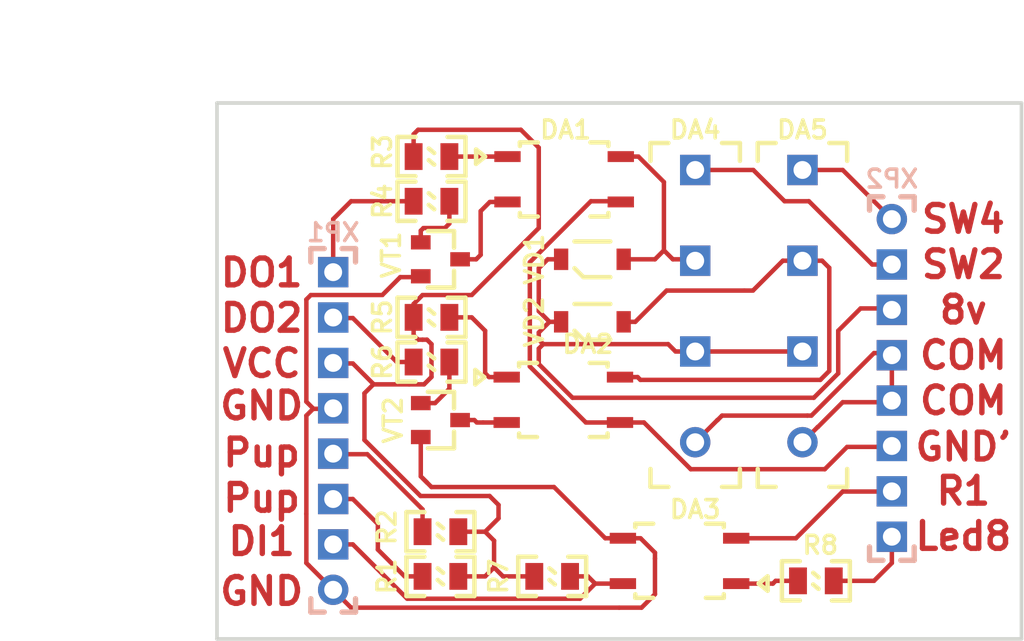
<source format=kicad_pcb>
(kicad_pcb (version 20171130) (host pcbnew "(5.0.0-3-g5ebb6b6)")

  (general
    (thickness 1.6)
    (drawings 22)
    (tracks 190)
    (zones 0)
    (modules 19)
    (nets 24)
  )

  (page A4)
  (layers
    (0 F.Cu signal)
    (31 B.Cu signal)
    (32 B.Adhes user)
    (33 F.Adhes user)
    (34 B.Paste user)
    (35 F.Paste user)
    (36 B.SilkS user)
    (37 F.SilkS user)
    (38 B.Mask user)
    (39 F.Mask user)
    (40 Dwgs.User user)
    (41 Cmts.User user)
    (42 Eco1.User user)
    (43 Eco2.User user)
    (44 Edge.Cuts user)
    (45 Margin user)
    (46 B.CrtYd user)
    (47 F.CrtYd user)
    (48 B.Fab user)
    (49 F.Fab user)
  )

  (setup
    (last_trace_width 0.25)
    (trace_clearance 0.2)
    (zone_clearance 0.508)
    (zone_45_only no)
    (trace_min 0.2)
    (segment_width 0.2)
    (edge_width 0.15)
    (via_size 0.8)
    (via_drill 0.4)
    (via_min_size 0.4)
    (via_min_drill 0.3)
    (uvia_size 0.3)
    (uvia_drill 0.1)
    (uvias_allowed no)
    (uvia_min_size 0.2)
    (uvia_min_drill 0.1)
    (pcb_text_width 0.3)
    (pcb_text_size 1.5 1.5)
    (mod_edge_width 0.15)
    (mod_text_size 1 1)
    (mod_text_width 0.15)
    (pad_size 1.524 1.524)
    (pad_drill 0.762)
    (pad_to_mask_clearance 0.05)
    (solder_mask_min_width 0.2)
    (aux_axis_origin 0 0)
    (visible_elements FFFFFF7F)
    (pcbplotparams
      (layerselection 0x010f0_ffffffff)
      (usegerberextensions false)
      (usegerberattributes false)
      (usegerberadvancedattributes false)
      (creategerberjobfile false)
      (excludeedgelayer true)
      (linewidth 0.100000)
      (plotframeref false)
      (viasonmask false)
      (mode 1)
      (useauxorigin false)
      (hpglpennumber 1)
      (hpglpenspeed 20)
      (hpglpendiameter 15.000000)
      (psnegative false)
      (psa4output false)
      (plotreference true)
      (plotvalue true)
      (plotinvisibletext false)
      (padsonsilk false)
      (subtractmaskfromsilk false)
      (outputformat 1)
      (mirror false)
      (drillshape 0)
      (scaleselection 1)
      (outputdirectory ""))
  )

  (net 0 "")
  (net 1 "Net-(DA1-Pad1)")
  (net 2 "Net-(DA1-Pad2)")
  (net 3 /GND_OUT)
  (net 4 "Net-(DA1-Pad4)")
  (net 5 "Net-(DA2-Pad4)")
  (net 6 "Net-(DA2-Pad2)")
  (net 7 "Net-(DA2-Pad1)")
  (net 8 "Net-(DA3-Pad1)")
  (net 9 /DI_gnd)
  (net 10 /GND_RPI)
  (net 11 /DI_1_RPI)
  (net 12 /COM_OUT)
  (net 13 /5V_OUT)
  (net 14 /OUT_1)
  (net 15 /OUT_2)
  (net 16 /VCC_RPI)
  (net 17 /PULL_UP_1)
  (net 18 /PULL_UP_2)
  (net 19 /DO_1_RPI)
  (net 20 "Net-(R4-Pad2)")
  (net 21 /DO_2_RPI)
  (net 22 "Net-(R6-Pad2)")
  (net 23 /DI_1_in)

  (net_class Default "Это класс цепей по умолчанию."
    (clearance 0.2)
    (trace_width 0.25)
    (via_dia 0.8)
    (via_drill 0.4)
    (uvia_dia 0.3)
    (uvia_drill 0.1)
    (add_net /5V_OUT)
    (add_net /COM_OUT)
    (add_net /DI_1_RPI)
    (add_net /DI_1_in)
    (add_net /DI_gnd)
    (add_net /DO_1_RPI)
    (add_net /DO_2_RPI)
    (add_net /GND_OUT)
    (add_net /GND_RPI)
    (add_net /OUT_1)
    (add_net /OUT_2)
    (add_net /PULL_UP_1)
    (add_net /PULL_UP_2)
    (add_net /VCC_RPI)
    (add_net "Net-(DA1-Pad1)")
    (add_net "Net-(DA1-Pad2)")
    (add_net "Net-(DA1-Pad4)")
    (add_net "Net-(DA2-Pad1)")
    (add_net "Net-(DA2-Pad2)")
    (add_net "Net-(DA2-Pad4)")
    (add_net "Net-(DA3-Pad1)")
    (add_net "Net-(R4-Pad2)")
    (add_net "Net-(R6-Pad2)")
  )

  (module N_DD:SOP-4 (layer F.Cu) (tedit 5C8916F3) (tstamp 5CA2796C)
    (at 98.794 52.405 270)
    (descr "SO-8 Surface Mount Small Outline 150mil 8pin Package")
    (tags "Power Integrations D Package")
    (path /5CA21DFF)
    (fp_text reference DA1 (at -3.405 -0.456) (layer F.SilkS)
      (effects (font (size 1 1) (thickness 0.2)))
    )
    (fp_text value LTV817S (at 0 0 270) (layer F.Fab)
      (effects (font (size 1 1) (thickness 0.15)))
    )
    (fp_line (start -2.5 -2.85) (end -2.7 -2.85) (layer F.SilkS) (width 0.25))
    (fp_line (start -2.7 -2.85) (end -2.7 -1.85) (layer F.SilkS) (width 0.25))
    (fp_line (start -2.5 2.1) (end -2.7 2.1) (layer F.SilkS) (width 0.25))
    (fp_line (start -2.7 2.1) (end -2.7 1.1) (layer F.SilkS) (width 0.25))
    (fp_line (start -1.9 4.05) (end -2.3 4.55) (layer F.SilkS) (width 0.25))
    (fp_line (start -1.9 4.05) (end -1.5 4.55) (layer F.SilkS) (width 0.25))
    (fp_line (start -1.5 4.55) (end -2.3 4.55) (layer F.SilkS) (width 0.25))
    (fp_line (start 1.45 -2.85) (end 1.45 -1.85) (layer F.SilkS) (width 0.25))
    (fp_line (start 1.25 -2.85) (end 1.45 -2.85) (layer F.SilkS) (width 0.25))
    (fp_line (start 1.25 2.1) (end 1.45 2.1) (layer F.SilkS) (width 0.25))
    (fp_line (start 1.45 2.1) (end 1.45 1.1) (layer F.SilkS) (width 0.25))
    (pad 1 smd rect (at -1.905 2.794 270) (size 0.6096 1.4732) (layers F.Cu F.Paste F.Mask)
      (net 1 "Net-(DA1-Pad1)"))
    (pad 2 smd rect (at 0.635 2.794 270) (size 0.6096 1.4732) (layers F.Cu F.Paste F.Mask)
      (net 2 "Net-(DA1-Pad2)"))
    (pad 3 smd rect (at 0.635 -3.544 270) (size 0.6096 1.4732) (layers F.Cu F.Paste F.Mask)
      (net 3 /GND_OUT))
    (pad 4 smd rect (at -1.905 -3.544 270) (size 0.6096 1.4732) (layers F.Cu F.Paste F.Mask)
      (net 4 "Net-(DA1-Pad4)"))
    (model ${N_3D}/4-SOP.step
      (offset (xyz -0.6 0.25 0))
      (scale (xyz 1 1 1))
      (rotate (xyz 0 0 -90))
    )
  )

  (module N_DD:SOP-4 (layer F.Cu) (tedit 5C8916F3) (tstamp 5CA274D0)
    (at 98.75 64.75 270)
    (descr "SO-8 Surface Mount Small Outline 150mil 8pin Package")
    (tags "Power Integrations D Package")
    (path /5CA284BB)
    (fp_text reference DA2 (at -3.75 -1.75) (layer F.SilkS)
      (effects (font (size 1 1) (thickness 0.2)))
    )
    (fp_text value LTV817S (at 0 0 270) (layer F.Fab)
      (effects (font (size 1 1) (thickness 0.15)))
    )
    (fp_line (start 1.45 2.1) (end 1.45 1.1) (layer F.SilkS) (width 0.25))
    (fp_line (start 1.25 2.1) (end 1.45 2.1) (layer F.SilkS) (width 0.25))
    (fp_line (start 1.25 -2.85) (end 1.45 -2.85) (layer F.SilkS) (width 0.25))
    (fp_line (start 1.45 -2.85) (end 1.45 -1.85) (layer F.SilkS) (width 0.25))
    (fp_line (start -1.5 4.55) (end -2.3 4.55) (layer F.SilkS) (width 0.25))
    (fp_line (start -1.9 4.05) (end -1.5 4.55) (layer F.SilkS) (width 0.25))
    (fp_line (start -1.9 4.05) (end -2.3 4.55) (layer F.SilkS) (width 0.25))
    (fp_line (start -2.7 2.1) (end -2.7 1.1) (layer F.SilkS) (width 0.25))
    (fp_line (start -2.5 2.1) (end -2.7 2.1) (layer F.SilkS) (width 0.25))
    (fp_line (start -2.7 -2.85) (end -2.7 -1.85) (layer F.SilkS) (width 0.25))
    (fp_line (start -2.5 -2.85) (end -2.7 -2.85) (layer F.SilkS) (width 0.25))
    (pad 4 smd rect (at -1.905 -3.544 270) (size 0.6096 1.4732) (layers F.Cu F.Paste F.Mask)
      (net 5 "Net-(DA2-Pad4)"))
    (pad 3 smd rect (at 0.635 -3.544 270) (size 0.6096 1.4732) (layers F.Cu F.Paste F.Mask)
      (net 3 /GND_OUT))
    (pad 2 smd rect (at 0.635 2.794 270) (size 0.6096 1.4732) (layers F.Cu F.Paste F.Mask)
      (net 6 "Net-(DA2-Pad2)"))
    (pad 1 smd rect (at -1.905 2.794 270) (size 0.6096 1.4732) (layers F.Cu F.Paste F.Mask)
      (net 7 "Net-(DA2-Pad1)"))
    (model ${N_3D}/4-SOP.step
      (offset (xyz -0.6 0.25 0))
      (scale (xyz 1 1 1))
      (rotate (xyz 0 0 -90))
    )
  )

  (module N_DD:SOP-4 (layer F.Cu) (tedit 5C8916F3) (tstamp 5CA28C47)
    (at 106 72.5 90)
    (descr "SO-8 Surface Mount Small Outline 150mil 8pin Package")
    (tags "Power Integrations D Package")
    (path /5CA29785)
    (fp_text reference DA3 (at 2.25 0.5 180) (layer F.SilkS)
      (effects (font (size 1 1) (thickness 0.2)))
    )
    (fp_text value LTV817S (at 0 0 90) (layer F.Fab)
      (effects (font (size 1 1) (thickness 0.15)))
    )
    (fp_line (start -2.5 -2.85) (end -2.7 -2.85) (layer F.SilkS) (width 0.25))
    (fp_line (start -2.7 -2.85) (end -2.7 -1.85) (layer F.SilkS) (width 0.25))
    (fp_line (start -2.5 2.1) (end -2.7 2.1) (layer F.SilkS) (width 0.25))
    (fp_line (start -2.7 2.1) (end -2.7 1.1) (layer F.SilkS) (width 0.25))
    (fp_line (start -1.9 4.05) (end -2.3 4.55) (layer F.SilkS) (width 0.25))
    (fp_line (start -1.9 4.05) (end -1.5 4.55) (layer F.SilkS) (width 0.25))
    (fp_line (start -1.5 4.55) (end -2.3 4.55) (layer F.SilkS) (width 0.25))
    (fp_line (start 1.45 -2.85) (end 1.45 -1.85) (layer F.SilkS) (width 0.25))
    (fp_line (start 1.25 -2.85) (end 1.45 -2.85) (layer F.SilkS) (width 0.25))
    (fp_line (start 1.25 2.1) (end 1.45 2.1) (layer F.SilkS) (width 0.25))
    (fp_line (start 1.45 2.1) (end 1.45 1.1) (layer F.SilkS) (width 0.25))
    (pad 1 smd rect (at -1.905 2.794 90) (size 0.6096 1.4732) (layers F.Cu F.Paste F.Mask)
      (net 8 "Net-(DA3-Pad1)"))
    (pad 2 smd rect (at 0.635 2.794 90) (size 0.6096 1.4732) (layers F.Cu F.Paste F.Mask)
      (net 9 /DI_gnd))
    (pad 3 smd rect (at 0.635 -3.544 90) (size 0.6096 1.4732) (layers F.Cu F.Paste F.Mask)
      (net 10 /GND_RPI))
    (pad 4 smd rect (at -1.905 -3.544 90) (size 0.6096 1.4732) (layers F.Cu F.Paste F.Mask)
      (net 11 /DI_1_RPI))
    (model ${N_3D}/4-SOP.step
      (offset (xyz -0.6 0.25 0))
      (scale (xyz 1 1 1))
      (rotate (xyz 0 0 -90))
    )
  )

  (module "N_DD:реле_EDR101A0500(SIP7)" (layer F.Cu) (tedit 5CA22471) (tstamp 5CA274F3)
    (at 106.5 66.49 90)
    (path /5CA249A3)
    (fp_text reference DA4 (at 17.49 0 180) (layer F.SilkS)
      (effects (font (size 1 1) (thickness 0.2)))
    )
    (fp_text value "EDR101A0500(SIP)" (at 0.5 3.75 90) (layer F.Fab)
      (effects (font (size 1 1) (thickness 0.15)))
    )
    (fp_line (start -2.5 -2.5) (end -1.5 -2.5) (layer F.SilkS) (width 0.25))
    (fp_line (start -2.5 -2.5) (end -2.5 -1.5) (layer F.SilkS) (width 0.25))
    (fp_line (start -2.5 2.5) (end -1.5 2.5) (layer F.SilkS) (width 0.25))
    (fp_line (start -2.5 2.5) (end -2.5 1.5) (layer F.SilkS) (width 0.25))
    (fp_line (start 16.75 -2.5) (end 15.75 -2.5) (layer F.SilkS) (width 0.25))
    (fp_line (start 16.75 -2.5) (end 16.75 -1.5) (layer F.SilkS) (width 0.25))
    (fp_line (start 16.75 2.5) (end 16.75 1.5) (layer F.SilkS) (width 0.25))
    (fp_line (start 16.75 2.5) (end 15.75 2.5) (layer F.SilkS) (width 0.25))
    (pad 1 thru_hole circle (at 0 0 90) (size 1.7 1.7) (drill 1) (layers *.Cu *.Mask)
      (net 12 /COM_OUT))
    (pad 3 thru_hole rect (at 5.08 0 90) (size 1.7 1.7) (drill 1) (layers *.Cu *.Mask)
      (net 13 /5V_OUT))
    (pad 5 thru_hole rect (at 10.16 0 90) (size 1.7 1.7) (drill 1) (layers *.Cu *.Mask)
      (net 4 "Net-(DA1-Pad4)"))
    (pad 7 thru_hole rect (at 15.24 0 90) (size 1.7 1.7) (drill 1) (layers *.Cu *.Mask)
      (net 14 /OUT_1))
    (model ${N_3D}/SIP7.stp
      (offset (xyz 0 0 0.5))
      (scale (xyz 1 1 1))
      (rotate (xyz 0 0 0))
    )
  )

  (module "N_DD:реле_EDR101A0500(SIP7)" (layer F.Cu) (tedit 5CA22471) (tstamp 5CA27503)
    (at 112.5 66.49 90)
    (path /5CA284C8)
    (fp_text reference DA5 (at 17.49 0 180) (layer F.SilkS)
      (effects (font (size 1 1) (thickness 0.2)))
    )
    (fp_text value "EDR101A0500(SIP)" (at 0.5 3.75 90) (layer F.Fab)
      (effects (font (size 1 1) (thickness 0.15)))
    )
    (fp_line (start 16.75 2.5) (end 15.75 2.5) (layer F.SilkS) (width 0.25))
    (fp_line (start 16.75 2.5) (end 16.75 1.5) (layer F.SilkS) (width 0.25))
    (fp_line (start 16.75 -2.5) (end 16.75 -1.5) (layer F.SilkS) (width 0.25))
    (fp_line (start 16.75 -2.5) (end 15.75 -2.5) (layer F.SilkS) (width 0.25))
    (fp_line (start -2.5 2.5) (end -2.5 1.5) (layer F.SilkS) (width 0.25))
    (fp_line (start -2.5 2.5) (end -1.5 2.5) (layer F.SilkS) (width 0.25))
    (fp_line (start -2.5 -2.5) (end -2.5 -1.5) (layer F.SilkS) (width 0.25))
    (fp_line (start -2.5 -2.5) (end -1.5 -2.5) (layer F.SilkS) (width 0.25))
    (pad 7 thru_hole rect (at 15.24 0 90) (size 1.7 1.7) (drill 1) (layers *.Cu *.Mask)
      (net 15 /OUT_2))
    (pad 5 thru_hole rect (at 10.16 0 90) (size 1.7 1.7) (drill 1) (layers *.Cu *.Mask)
      (net 5 "Net-(DA2-Pad4)"))
    (pad 3 thru_hole rect (at 5.08 0 90) (size 1.7 1.7) (drill 1) (layers *.Cu *.Mask)
      (net 13 /5V_OUT))
    (pad 1 thru_hole circle (at 0 0 90) (size 1.7 1.7) (drill 1) (layers *.Cu *.Mask)
      (net 12 /COM_OUT))
    (model ${N_3D}/SIP7.stp
      (offset (xyz 0 0 0.5))
      (scale (xyz 1 1 1))
      (rotate (xyz 0 0 0))
    )
  )

  (module N_RLC:Резистор_SMD_0805_0,125Вт (layer F.Cu) (tedit 5C5F094A) (tstamp 5CA27511)
    (at 91.25 74)
    (path /5CA3CC31)
    (fp_text reference R1 (at -2 0 90) (layer F.SilkS)
      (effects (font (size 1 1) (thickness 0.2)))
    )
    (fp_text value 4,7k_0,125Вт_0805 (at 1.29 2.09) (layer F.Fab) hide
      (effects (font (size 2 1.6) (thickness 0.3)))
    )
    (fp_line (start -0.9 -1.1) (end 0.1 -1.1) (layer F.SilkS) (width 0.25))
    (fp_line (start 2.9 -1.1) (end 1.9 -1.1) (layer F.SilkS) (width 0.25))
    (fp_line (start 2.9 1.1) (end 1.9 1.1) (layer F.SilkS) (width 0.25))
    (fp_line (start -0.9 1.1) (end 0.1 1.1) (layer F.SilkS) (width 0.25))
    (fp_line (start 2.9 -1.1) (end 2.9 1.1) (layer F.SilkS) (width 0.25))
    (fp_line (start -0.9 1.1) (end -0.9 -1.1) (layer F.SilkS) (width 0.25))
    (fp_line (start 0.85 -0.45) (end 1.15 -0.2) (layer F.SilkS) (width 0.25))
    (fp_line (start 0.85 0.2) (end 1.15 0.45) (layer F.SilkS) (width 0.25))
    (pad 2 smd rect (at 2 0) (size 1 1.5) (layers F.Cu F.Paste F.Mask)
      (net 16 /VCC_RPI) (clearance 0.2))
    (pad 1 smd rect (at 0 0) (size 1 1.5) (layers F.Cu F.Paste F.Mask)
      (net 17 /PULL_UP_1) (clearance 0.2))
    (model ${N_3D}/Res_0805.stp
      (offset (xyz 0.05 0.61 0))
      (scale (xyz 1 1 1))
      (rotate (xyz 0 0 90))
    )
  )

  (module N_RLC:Резистор_SMD_0805_0,125Вт (layer F.Cu) (tedit 5C5F094A) (tstamp 5CA2751F)
    (at 91.25 71.5)
    (path /5CA3E566)
    (fp_text reference R2 (at -2 -0.25 90) (layer F.SilkS)
      (effects (font (size 1 1) (thickness 0.2)))
    )
    (fp_text value 4,7k_0,125Вт_0805 (at 1.29 2.09) (layer F.Fab) hide
      (effects (font (size 2 1.6) (thickness 0.3)))
    )
    (fp_line (start 0.85 0.2) (end 1.15 0.45) (layer F.SilkS) (width 0.25))
    (fp_line (start 0.85 -0.45) (end 1.15 -0.2) (layer F.SilkS) (width 0.25))
    (fp_line (start -0.9 1.1) (end -0.9 -1.1) (layer F.SilkS) (width 0.25))
    (fp_line (start 2.9 -1.1) (end 2.9 1.1) (layer F.SilkS) (width 0.25))
    (fp_line (start -0.9 1.1) (end 0.1 1.1) (layer F.SilkS) (width 0.25))
    (fp_line (start 2.9 1.1) (end 1.9 1.1) (layer F.SilkS) (width 0.25))
    (fp_line (start 2.9 -1.1) (end 1.9 -1.1) (layer F.SilkS) (width 0.25))
    (fp_line (start -0.9 -1.1) (end 0.1 -1.1) (layer F.SilkS) (width 0.25))
    (pad 1 smd rect (at 0 0) (size 1 1.5) (layers F.Cu F.Paste F.Mask)
      (net 18 /PULL_UP_2) (clearance 0.2))
    (pad 2 smd rect (at 2 0) (size 1 1.5) (layers F.Cu F.Paste F.Mask)
      (net 16 /VCC_RPI) (clearance 0.2))
    (model ${N_3D}/Res_0805.stp
      (offset (xyz 0.05 0.61 0))
      (scale (xyz 1 1 1))
      (rotate (xyz 0 0 90))
    )
  )

  (module N_RLC:Резистор_SMD_0805_0,125Вт (layer F.Cu) (tedit 5C5F094A) (tstamp 5CA2752D)
    (at 90.75 50.5)
    (path /5CA21F56)
    (fp_text reference R3 (at -1.75 -0.25 90) (layer F.SilkS)
      (effects (font (size 1 1) (thickness 0.2)))
    )
    (fp_text value 47_0,125Вт_0805 (at 1.29 2.09) (layer F.Fab) hide
      (effects (font (size 2 1.6) (thickness 0.3)))
    )
    (fp_line (start -0.9 -1.1) (end 0.1 -1.1) (layer F.SilkS) (width 0.25))
    (fp_line (start 2.9 -1.1) (end 1.9 -1.1) (layer F.SilkS) (width 0.25))
    (fp_line (start 2.9 1.1) (end 1.9 1.1) (layer F.SilkS) (width 0.25))
    (fp_line (start -0.9 1.1) (end 0.1 1.1) (layer F.SilkS) (width 0.25))
    (fp_line (start 2.9 -1.1) (end 2.9 1.1) (layer F.SilkS) (width 0.25))
    (fp_line (start -0.9 1.1) (end -0.9 -1.1) (layer F.SilkS) (width 0.25))
    (fp_line (start 0.85 -0.45) (end 1.15 -0.2) (layer F.SilkS) (width 0.25))
    (fp_line (start 0.85 0.2) (end 1.15 0.45) (layer F.SilkS) (width 0.25))
    (pad 2 smd rect (at 2 0) (size 1 1.5) (layers F.Cu F.Paste F.Mask)
      (net 1 "Net-(DA1-Pad1)") (clearance 0.2))
    (pad 1 smd rect (at 0 0) (size 1 1.5) (layers F.Cu F.Paste F.Mask)
      (net 16 /VCC_RPI) (clearance 0.2))
    (model ${N_3D}/Res_0805.stp
      (offset (xyz 0.05 0.61 0))
      (scale (xyz 1 1 1))
      (rotate (xyz 0 0 90))
    )
  )

  (module N_RLC:Резистор_SMD_0805_0,125Вт (layer F.Cu) (tedit 5C5F094A) (tstamp 5CA2753B)
    (at 90.75 53)
    (path /5CA26E94)
    (fp_text reference R4 (at -1.75 0 90) (layer F.SilkS)
      (effects (font (size 1 1) (thickness 0.2)))
    )
    (fp_text value 4,7k_0,125Вт_0805 (at 1.29 2.09) (layer F.Fab) hide
      (effects (font (size 2 1.6) (thickness 0.3)))
    )
    (fp_line (start 0.85 0.2) (end 1.15 0.45) (layer F.SilkS) (width 0.25))
    (fp_line (start 0.85 -0.45) (end 1.15 -0.2) (layer F.SilkS) (width 0.25))
    (fp_line (start -0.9 1.1) (end -0.9 -1.1) (layer F.SilkS) (width 0.25))
    (fp_line (start 2.9 -1.1) (end 2.9 1.1) (layer F.SilkS) (width 0.25))
    (fp_line (start -0.9 1.1) (end 0.1 1.1) (layer F.SilkS) (width 0.25))
    (fp_line (start 2.9 1.1) (end 1.9 1.1) (layer F.SilkS) (width 0.25))
    (fp_line (start 2.9 -1.1) (end 1.9 -1.1) (layer F.SilkS) (width 0.25))
    (fp_line (start -0.9 -1.1) (end 0.1 -1.1) (layer F.SilkS) (width 0.25))
    (pad 1 smd rect (at 0 0) (size 1 1.5) (layers F.Cu F.Paste F.Mask)
      (net 19 /DO_1_RPI) (clearance 0.2))
    (pad 2 smd rect (at 2 0) (size 1 1.5) (layers F.Cu F.Paste F.Mask)
      (net 20 "Net-(R4-Pad2)") (clearance 0.2))
    (model ${N_3D}/Res_0805.stp
      (offset (xyz 0.05 0.61 0))
      (scale (xyz 1 1 1))
      (rotate (xyz 0 0 90))
    )
  )

  (module N_RLC:Резистор_SMD_0805_0,125Вт (layer F.Cu) (tedit 5C5F094A) (tstamp 5CA27549)
    (at 90.75 59.5)
    (path /5CA284C1)
    (fp_text reference R5 (at -1.75 0 90) (layer F.SilkS)
      (effects (font (size 1 1) (thickness 0.2)))
    )
    (fp_text value 47_0,125Вт_0805 (at 1.29 2.09) (layer F.Fab) hide
      (effects (font (size 2 1.6) (thickness 0.3)))
    )
    (fp_line (start -0.9 -1.1) (end 0.1 -1.1) (layer F.SilkS) (width 0.25))
    (fp_line (start 2.9 -1.1) (end 1.9 -1.1) (layer F.SilkS) (width 0.25))
    (fp_line (start 2.9 1.1) (end 1.9 1.1) (layer F.SilkS) (width 0.25))
    (fp_line (start -0.9 1.1) (end 0.1 1.1) (layer F.SilkS) (width 0.25))
    (fp_line (start 2.9 -1.1) (end 2.9 1.1) (layer F.SilkS) (width 0.25))
    (fp_line (start -0.9 1.1) (end -0.9 -1.1) (layer F.SilkS) (width 0.25))
    (fp_line (start 0.85 -0.45) (end 1.15 -0.2) (layer F.SilkS) (width 0.25))
    (fp_line (start 0.85 0.2) (end 1.15 0.45) (layer F.SilkS) (width 0.25))
    (pad 2 smd rect (at 2 0) (size 1 1.5) (layers F.Cu F.Paste F.Mask)
      (net 7 "Net-(DA2-Pad1)") (clearance 0.2))
    (pad 1 smd rect (at 0 0) (size 1 1.5) (layers F.Cu F.Paste F.Mask)
      (net 16 /VCC_RPI) (clearance 0.2))
    (model ${N_3D}/Res_0805.stp
      (offset (xyz 0.05 0.61 0))
      (scale (xyz 1 1 1))
      (rotate (xyz 0 0 90))
    )
  )

  (module N_RLC:Резистор_SMD_0805_0,125Вт (layer F.Cu) (tedit 5C5F094A) (tstamp 5CA27557)
    (at 90.75 62)
    (path /5CA284DC)
    (fp_text reference R6 (at -1.75 0 90) (layer F.SilkS)
      (effects (font (size 1 1) (thickness 0.2)))
    )
    (fp_text value 4,7k_0,125Вт_0805 (at 1.29 2.09) (layer F.Fab) hide
      (effects (font (size 2 1.6) (thickness 0.3)))
    )
    (fp_line (start 0.85 0.2) (end 1.15 0.45) (layer F.SilkS) (width 0.25))
    (fp_line (start 0.85 -0.45) (end 1.15 -0.2) (layer F.SilkS) (width 0.25))
    (fp_line (start -0.9 1.1) (end -0.9 -1.1) (layer F.SilkS) (width 0.25))
    (fp_line (start 2.9 -1.1) (end 2.9 1.1) (layer F.SilkS) (width 0.25))
    (fp_line (start -0.9 1.1) (end 0.1 1.1) (layer F.SilkS) (width 0.25))
    (fp_line (start 2.9 1.1) (end 1.9 1.1) (layer F.SilkS) (width 0.25))
    (fp_line (start 2.9 -1.1) (end 1.9 -1.1) (layer F.SilkS) (width 0.25))
    (fp_line (start -0.9 -1.1) (end 0.1 -1.1) (layer F.SilkS) (width 0.25))
    (pad 1 smd rect (at 0 0) (size 1 1.5) (layers F.Cu F.Paste F.Mask)
      (net 21 /DO_2_RPI) (clearance 0.2))
    (pad 2 smd rect (at 2 0) (size 1 1.5) (layers F.Cu F.Paste F.Mask)
      (net 22 "Net-(R6-Pad2)") (clearance 0.2))
    (model ${N_3D}/Res_0805.stp
      (offset (xyz 0.05 0.61 0))
      (scale (xyz 1 1 1))
      (rotate (xyz 0 0 90))
    )
  )

  (module N_RLC:Резистор_SMD_0805_0,125Вт (layer F.Cu) (tedit 5C5F094A) (tstamp 5CA27565)
    (at 99.5 74 180)
    (path /5CA2D65C)
    (fp_text reference R7 (at 4 0 270) (layer F.SilkS)
      (effects (font (size 1 1) (thickness 0.2)))
    )
    (fp_text value 4,7k_0,125Вт_0805 (at 1.29 2.09 180) (layer F.Fab) hide
      (effects (font (size 2 1.6) (thickness 0.3)))
    )
    (fp_line (start 0.85 0.2) (end 1.15 0.45) (layer F.SilkS) (width 0.25))
    (fp_line (start 0.85 -0.45) (end 1.15 -0.2) (layer F.SilkS) (width 0.25))
    (fp_line (start -0.9 1.1) (end -0.9 -1.1) (layer F.SilkS) (width 0.25))
    (fp_line (start 2.9 -1.1) (end 2.9 1.1) (layer F.SilkS) (width 0.25))
    (fp_line (start -0.9 1.1) (end 0.1 1.1) (layer F.SilkS) (width 0.25))
    (fp_line (start 2.9 1.1) (end 1.9 1.1) (layer F.SilkS) (width 0.25))
    (fp_line (start 2.9 -1.1) (end 1.9 -1.1) (layer F.SilkS) (width 0.25))
    (fp_line (start -0.9 -1.1) (end 0.1 -1.1) (layer F.SilkS) (width 0.25))
    (pad 1 smd rect (at 0 0 180) (size 1 1.5) (layers F.Cu F.Paste F.Mask)
      (net 11 /DI_1_RPI) (clearance 0.2))
    (pad 2 smd rect (at 2 0 180) (size 1 1.5) (layers F.Cu F.Paste F.Mask)
      (net 16 /VCC_RPI) (clearance 0.2))
    (model ${N_3D}/Res_0805.stp
      (offset (xyz 0.05 0.61 0))
      (scale (xyz 1 1 1))
      (rotate (xyz 0 0 90))
    )
  )

  (module N_RLC:Резистор_SMD_0805_0,125Вт (layer F.Cu) (tedit 5C5F094A) (tstamp 5CA27573)
    (at 112.25 74.25)
    (path /5CA29FE6)
    (fp_text reference R8 (at 1.25 -2) (layer F.SilkS)
      (effects (font (size 1 1) (thickness 0.2)))
    )
    (fp_text value 130_0,125Вт_0805 (at 1.29 2.09) (layer F.Fab) hide
      (effects (font (size 2 1.6) (thickness 0.3)))
    )
    (fp_line (start -0.9 -1.1) (end 0.1 -1.1) (layer F.SilkS) (width 0.25))
    (fp_line (start 2.9 -1.1) (end 1.9 -1.1) (layer F.SilkS) (width 0.25))
    (fp_line (start 2.9 1.1) (end 1.9 1.1) (layer F.SilkS) (width 0.25))
    (fp_line (start -0.9 1.1) (end 0.1 1.1) (layer F.SilkS) (width 0.25))
    (fp_line (start 2.9 -1.1) (end 2.9 1.1) (layer F.SilkS) (width 0.25))
    (fp_line (start -0.9 1.1) (end -0.9 -1.1) (layer F.SilkS) (width 0.25))
    (fp_line (start 0.85 -0.45) (end 1.15 -0.2) (layer F.SilkS) (width 0.25))
    (fp_line (start 0.85 0.2) (end 1.15 0.45) (layer F.SilkS) (width 0.25))
    (pad 2 smd rect (at 2 0) (size 1 1.5) (layers F.Cu F.Paste F.Mask)
      (net 23 /DI_1_in) (clearance 0.2))
    (pad 1 smd rect (at 0 0) (size 1 1.5) (layers F.Cu F.Paste F.Mask)
      (net 8 "Net-(DA3-Pad1)") (clearance 0.2))
    (model ${N_3D}/Res_0805.stp
      (offset (xyz 0.05 0.61 0))
      (scale (xyz 1 1 1))
      (rotate (xyz 0 0 90))
    )
  )

  (module N_VD_HL:Диод_S13_SOD-123 (layer F.Cu) (tedit 5C97F4B4) (tstamp 5CA27587)
    (at 100.75 56.25 180)
    (descr "SOT-23, Single Diode")
    (tags SOT-23)
    (path /5CA24C76)
    (attr smd)
    (fp_text reference VD1 (at 3.25 0 270) (layer F.SilkS)
      (effects (font (size 1 1) (thickness 0.2)))
    )
    (fp_text value S13_SOD-123 (at 0 2.5 180) (layer F.Fab)
      (effects (font (size 1 1) (thickness 0.15)))
    )
    (fp_text user %R (at 0 -2.5 180) (layer F.Fab)
      (effects (font (size 1 1) (thickness 0.15)))
    )
    (fp_line (start -0.15 0.05) (end -0.4 0.05) (layer F.Fab) (width 0.1))
    (fp_line (start -0.15 0.25) (end 0.15 0.05) (layer F.Fab) (width 0.1))
    (fp_line (start -0.15 -0.15) (end -0.15 0.25) (layer F.Fab) (width 0.1))
    (fp_line (start 0.15 0.05) (end -0.15 -0.15) (layer F.Fab) (width 0.1))
    (fp_line (start 0.15 0.05) (end 0.4 0.05) (layer F.Fab) (width 0.1))
    (fp_line (start 0.15 -0.15) (end 0.15 0.25) (layer F.Fab) (width 0.1))
    (fp_line (start -1.7 -1.75) (end 1.7 -1.75) (layer F.CrtYd) (width 0.05))
    (fp_line (start 1.7 -1.75) (end 1.7 1.75) (layer F.CrtYd) (width 0.05))
    (fp_line (start 1.7 1.75) (end -1.7 1.75) (layer F.CrtYd) (width 0.05))
    (fp_line (start -1.7 1.75) (end -1.7 -1.75) (layer F.CrtYd) (width 0.05))
    (fp_line (start -1 -1) (end 0.5 -1) (layer F.SilkS) (width 0.25))
    (fp_line (start 1 -0.5) (end 0.5 -1) (layer F.SilkS) (width 0.25))
    (fp_line (start -1 1) (end 1 1) (layer F.SilkS) (width 0.25))
    (pad 1 smd rect (at -1.75 0 270) (size 1.2 0.8) (layers F.Cu F.Paste F.Mask)
      (net 4 "Net-(DA1-Pad4)"))
    (pad 2 smd rect (at 1.75 0 270) (size 1.2 0.8) (layers F.Cu F.Paste F.Mask)
      (net 13 /5V_OUT))
    (model ${N_3D}/SOD-123FL.step
      (at (xyz 0 0 0))
      (scale (xyz 1 1 1))
      (rotate (xyz 0 0 180))
    )
  )

  (module N_VD_HL:Диод_S13_SOD-123 (layer F.Cu) (tedit 5C97F4B4) (tstamp 5CA28A0F)
    (at 100.75 59.75 180)
    (descr "SOT-23, Single Diode")
    (tags SOT-23)
    (path /5CA284CE)
    (attr smd)
    (fp_text reference VD2 (at 3.25 0 270) (layer F.SilkS)
      (effects (font (size 1 1) (thickness 0.2)))
    )
    (fp_text value S13_SOD-123 (at 0 2.5 180) (layer F.Fab)
      (effects (font (size 1 1) (thickness 0.15)))
    )
    (fp_line (start -1 1) (end 1 1) (layer F.SilkS) (width 0.25))
    (fp_line (start 1 -0.5) (end 0.5 -1) (layer F.SilkS) (width 0.25))
    (fp_line (start -1 -1) (end 0.5 -1) (layer F.SilkS) (width 0.25))
    (fp_line (start -1.7 1.75) (end -1.7 -1.75) (layer F.CrtYd) (width 0.05))
    (fp_line (start 1.7 1.75) (end -1.7 1.75) (layer F.CrtYd) (width 0.05))
    (fp_line (start 1.7 -1.75) (end 1.7 1.75) (layer F.CrtYd) (width 0.05))
    (fp_line (start -1.7 -1.75) (end 1.7 -1.75) (layer F.CrtYd) (width 0.05))
    (fp_line (start 0.15 -0.15) (end 0.15 0.25) (layer F.Fab) (width 0.1))
    (fp_line (start 0.15 0.05) (end 0.4 0.05) (layer F.Fab) (width 0.1))
    (fp_line (start 0.15 0.05) (end -0.15 -0.15) (layer F.Fab) (width 0.1))
    (fp_line (start -0.15 -0.15) (end -0.15 0.25) (layer F.Fab) (width 0.1))
    (fp_line (start -0.15 0.25) (end 0.15 0.05) (layer F.Fab) (width 0.1))
    (fp_line (start -0.15 0.05) (end -0.4 0.05) (layer F.Fab) (width 0.1))
    (fp_text user %R (at 0 -2.5 180) (layer F.Fab)
      (effects (font (size 1 1) (thickness 0.15)))
    )
    (pad 2 smd rect (at 1.75 0 270) (size 1.2 0.8) (layers F.Cu F.Paste F.Mask)
      (net 13 /5V_OUT))
    (pad 1 smd rect (at -1.75 0 270) (size 1.2 0.8) (layers F.Cu F.Paste F.Mask)
      (net 5 "Net-(DA2-Pad4)"))
    (model ${N_3D}/SOD-123FL.step
      (at (xyz 0 0 0))
      (scale (xyz 1 1 1))
      (rotate (xyz 0 0 180))
    )
  )

  (module N_VD_HL:Транзистор_IRLML6344TR_SOT-23 (layer F.Cu) (tedit 5C97DFC7) (tstamp 5CA2826E)
    (at 92.25 56.25)
    (descr "SOT-23, Single Diode")
    (tags SOT-23)
    (path /5CA26387)
    (attr smd)
    (fp_text reference VT1 (at -2.75 -0.25 90) (layer F.SilkS)
      (effects (font (size 1 1) (thickness 0.2)))
    )
    (fp_text value Транзистор_NPN_BC817-16.215 (at 0 2.5) (layer F.Fab)
      (effects (font (size 1 1) (thickness 0.15)))
    )
    (fp_text user %R (at 0 -2.5) (layer F.Fab)
      (effects (font (size 1 1) (thickness 0.15)))
    )
    (fp_line (start -0.15 -0.45) (end -0.4 -0.45) (layer F.Fab) (width 0.1))
    (fp_line (start -0.15 -0.25) (end 0.15 -0.45) (layer F.Fab) (width 0.1))
    (fp_line (start -0.15 -0.65) (end -0.15 -0.25) (layer F.Fab) (width 0.1))
    (fp_line (start 0.15 -0.45) (end -0.15 -0.65) (layer F.Fab) (width 0.1))
    (fp_line (start 0.15 -0.45) (end 0.4 -0.45) (layer F.Fab) (width 0.1))
    (fp_line (start 0.15 -0.65) (end 0.15 -0.25) (layer F.Fab) (width 0.1))
    (fp_line (start 0.76 1.58) (end 0.76 0.65) (layer F.SilkS) (width 0.25))
    (fp_line (start 0.76 -1.58) (end 0.76 -0.65) (layer F.SilkS) (width 0.25))
    (fp_line (start 0.7 -1.52) (end 0.7 1.52) (layer F.Fab) (width 0.1))
    (fp_line (start -0.7 1.52) (end 0.7 1.52) (layer F.Fab) (width 0.1))
    (fp_line (start -1.7 -1.75) (end 1.7 -1.75) (layer F.CrtYd) (width 0.05))
    (fp_line (start 1.7 -1.75) (end 1.7 1.75) (layer F.CrtYd) (width 0.05))
    (fp_line (start 1.7 1.75) (end -1.7 1.75) (layer F.CrtYd) (width 0.05))
    (fp_line (start -1.7 1.75) (end -1.7 -1.75) (layer F.CrtYd) (width 0.05))
    (fp_line (start -0.7 -1.52) (end 0.7 -1.52) (layer F.Fab) (width 0.1))
    (fp_line (start -0.7 -1.52) (end -0.7 1.52) (layer F.Fab) (width 0.1))
    (fp_line (start 0.76 1.58) (end -0.7 1.58) (layer F.SilkS) (width 0.25))
    (fp_line (start -0.15 0.65) (end 0.15 0.45) (layer F.Fab) (width 0.1))
    (fp_line (start -0.15 0.45) (end -0.4 0.45) (layer F.Fab) (width 0.1))
    (fp_line (start -0.15 0.25) (end -0.15 0.65) (layer F.Fab) (width 0.1))
    (fp_line (start 0.15 0.45) (end 0.4 0.45) (layer F.Fab) (width 0.1))
    (fp_line (start 0.15 0.45) (end -0.15 0.25) (layer F.Fab) (width 0.1))
    (fp_line (start 0.15 0.25) (end 0.15 0.65) (layer F.Fab) (width 0.1))
    (fp_line (start 0.76 -1.58) (end -0.7 -1.58) (layer F.SilkS) (width 0.25))
    (pad 1 smd rect (at -1.1 -0.95) (size 1.1 0.8) (layers F.Cu F.Paste F.Mask)
      (net 20 "Net-(R4-Pad2)"))
    (pad 2 smd rect (at -1.1 0.95) (size 1.1 0.8) (layers F.Cu F.Paste F.Mask)
      (net 10 /GND_RPI))
    (pad 3 smd rect (at 1.1 0) (size 1.1 0.8) (layers F.Cu F.Paste F.Mask)
      (net 2 "Net-(DA1-Pad2)"))
    (model ${N_3D}/SOT-23.step
      (offset (xyz 0 0 0.57))
      (scale (xyz 1 1 1))
      (rotate (xyz -90 0 -90))
    )
  )

  (module N_VD_HL:Транзистор_IRLML6344TR_SOT-23 (layer F.Cu) (tedit 5C97DFC7) (tstamp 5CA275DB)
    (at 92.25 65.25)
    (descr "SOT-23, Single Diode")
    (tags SOT-23)
    (path /5CA284D4)
    (attr smd)
    (fp_text reference VT2 (at -2.65 0 90) (layer F.SilkS)
      (effects (font (size 1 1) (thickness 0.2)))
    )
    (fp_text value Транзистор_NPN_BC817-16.215 (at 0 2.5) (layer F.Fab)
      (effects (font (size 1 1) (thickness 0.15)))
    )
    (fp_line (start 0.76 -1.58) (end -0.7 -1.58) (layer F.SilkS) (width 0.25))
    (fp_line (start 0.15 0.25) (end 0.15 0.65) (layer F.Fab) (width 0.1))
    (fp_line (start 0.15 0.45) (end -0.15 0.25) (layer F.Fab) (width 0.1))
    (fp_line (start 0.15 0.45) (end 0.4 0.45) (layer F.Fab) (width 0.1))
    (fp_line (start -0.15 0.25) (end -0.15 0.65) (layer F.Fab) (width 0.1))
    (fp_line (start -0.15 0.45) (end -0.4 0.45) (layer F.Fab) (width 0.1))
    (fp_line (start -0.15 0.65) (end 0.15 0.45) (layer F.Fab) (width 0.1))
    (fp_line (start 0.76 1.58) (end -0.7 1.58) (layer F.SilkS) (width 0.25))
    (fp_line (start -0.7 -1.52) (end -0.7 1.52) (layer F.Fab) (width 0.1))
    (fp_line (start -0.7 -1.52) (end 0.7 -1.52) (layer F.Fab) (width 0.1))
    (fp_line (start -1.7 1.75) (end -1.7 -1.75) (layer F.CrtYd) (width 0.05))
    (fp_line (start 1.7 1.75) (end -1.7 1.75) (layer F.CrtYd) (width 0.05))
    (fp_line (start 1.7 -1.75) (end 1.7 1.75) (layer F.CrtYd) (width 0.05))
    (fp_line (start -1.7 -1.75) (end 1.7 -1.75) (layer F.CrtYd) (width 0.05))
    (fp_line (start -0.7 1.52) (end 0.7 1.52) (layer F.Fab) (width 0.1))
    (fp_line (start 0.7 -1.52) (end 0.7 1.52) (layer F.Fab) (width 0.1))
    (fp_line (start 0.76 -1.58) (end 0.76 -0.65) (layer F.SilkS) (width 0.25))
    (fp_line (start 0.76 1.58) (end 0.76 0.65) (layer F.SilkS) (width 0.25))
    (fp_line (start 0.15 -0.65) (end 0.15 -0.25) (layer F.Fab) (width 0.1))
    (fp_line (start 0.15 -0.45) (end 0.4 -0.45) (layer F.Fab) (width 0.1))
    (fp_line (start 0.15 -0.45) (end -0.15 -0.65) (layer F.Fab) (width 0.1))
    (fp_line (start -0.15 -0.65) (end -0.15 -0.25) (layer F.Fab) (width 0.1))
    (fp_line (start -0.15 -0.25) (end 0.15 -0.45) (layer F.Fab) (width 0.1))
    (fp_line (start -0.15 -0.45) (end -0.4 -0.45) (layer F.Fab) (width 0.1))
    (fp_text user %R (at 0 -2.5) (layer F.Fab)
      (effects (font (size 1 1) (thickness 0.15)))
    )
    (pad 3 smd rect (at 1.1 0) (size 1.1 0.8) (layers F.Cu F.Paste F.Mask)
      (net 6 "Net-(DA2-Pad2)"))
    (pad 2 smd rect (at -1.1 0.95) (size 1.1 0.8) (layers F.Cu F.Paste F.Mask)
      (net 10 /GND_RPI))
    (pad 1 smd rect (at -1.1 -0.95) (size 1.1 0.8) (layers F.Cu F.Paste F.Mask)
      (net 22 "Net-(R6-Pad2)"))
    (model ${N_3D}/SOT-23.step
      (offset (xyz 0 0 0.57))
      (scale (xyz 1 1 1))
      (rotate (xyz -90 0 -90))
    )
  )

  (module N_X:Вилка_PLS8_вертикальная (layer B.Cu) (tedit 5C3231B6) (tstamp 5CA27601)
    (at 117.5 54 270)
    (path /5CA314F6)
    (fp_text reference XP2 (at -2.25 0) (layer B.SilkS)
      (effects (font (size 1 1) (thickness 0.2)) (justify mirror))
    )
    (fp_text value Вилка_PLS8 (at 10.16 -2.5 270) (layer B.Fab)
      (effects (font (size 1 1) (thickness 0.15)) (justify mirror))
    )
    (fp_line (start -1.25 1.25) (end -0.5 1.25) (layer B.SilkS) (width 0.3))
    (fp_line (start -1.25 1.25) (end -1.25 0.5) (layer B.SilkS) (width 0.3))
    (fp_line (start -1.25 -0.5) (end -1.25 -1.25) (layer B.SilkS) (width 0.3))
    (fp_line (start -1.25 -1.25) (end -0.5 -1.25) (layer B.SilkS) (width 0.3))
    (fp_line (start 18.35 1.25) (end 19.1 1.25) (layer B.SilkS) (width 0.3))
    (fp_line (start 19.1 -1.25) (end 18.35 -1.25) (layer B.SilkS) (width 0.3))
    (fp_line (start 19.1 1.25) (end 19.1 0.5) (layer B.SilkS) (width 0.3))
    (fp_line (start 19.1 -0.5) (end 19.1 -1.25) (layer B.SilkS) (width 0.3))
    (pad 1 thru_hole circle (at 0 0 270) (size 1.7 1.7) (drill 1) (layers *.Cu *.Mask)
      (net 15 /OUT_2))
    (pad 2 thru_hole rect (at 2.54 0 270) (size 1.7 1.7) (drill 1) (layers *.Cu *.Mask)
      (net 14 /OUT_1))
    (pad 3 thru_hole rect (at 5.08 0 270) (size 1.7 1.7) (drill 1) (layers *.Cu *.Mask)
      (net 13 /5V_OUT))
    (pad 4 thru_hole rect (at 7.62 0 270) (size 1.7 1.7) (drill 1) (layers *.Cu *.Mask)
      (net 12 /COM_OUT))
    (pad 5 thru_hole rect (at 10.16 0 270) (size 1.7 1.7) (drill 1) (layers *.Cu *.Mask)
      (net 12 /COM_OUT))
    (pad 6 thru_hole rect (at 12.7 0 270) (size 1.7 1.7) (drill 1) (layers *.Cu *.Mask)
      (net 3 /GND_OUT))
    (pad 7 thru_hole rect (at 15.24 0 270) (size 1.7 1.7) (drill 1) (layers *.Cu *.Mask)
      (net 9 /DI_gnd))
    (pad 8 thru_hole rect (at 17.78 0 270) (size 1.7 1.7) (drill 1) (layers *.Cu *.Mask)
      (net 23 /DI_1_in))
    (model ${N_3D}/single_pls1.stp
      (offset (xyz -1.25 -1.25 0))
      (scale (xyz 1 1 1))
      (rotate (xyz -90 0 0))
    )
    (model ${N_3D}/single_pls1.stp
      (offset (xyz 1.29 -1.25 0))
      (scale (xyz 1 1 1))
      (rotate (xyz -90 0 0))
    )
    (model ${N_3D}/single_pls1.stp
      (offset (xyz 3.83 -1.25 0))
      (scale (xyz 1 1 1))
      (rotate (xyz -90 0 0))
    )
    (model ${N_3D}/single_pls1.stp
      (offset (xyz 6.37 -1.25 0))
      (scale (xyz 1 1 1))
      (rotate (xyz -90 0 0))
    )
    (model ${N_3D}/single_pls1.stp
      (offset (xyz 8.91 -1.25 0))
      (scale (xyz 1 1 1))
      (rotate (xyz -90 0 0))
    )
    (model ${N_3D}/single_pls1.stp
      (offset (xyz 11.45 -1.25 0))
      (scale (xyz 1 1 1))
      (rotate (xyz -90 0 0))
    )
    (model ${N_3D}/single_pls1.stp
      (offset (xyz 13.99 -1.25 0))
      (scale (xyz 1 1 1))
      (rotate (xyz -90 0 0))
    )
    (model ${N_3D}/single_pls1.stp
      (offset (xyz 16.53 -1.25 0))
      (scale (xyz 1 1 1))
      (rotate (xyz -90 0 0))
    )
  )

  (module N_X:Вилка_PLS8_вертикальная (layer B.Cu) (tedit 5C3231B6) (tstamp 5CA2A4A2)
    (at 86.25 74.75 90)
    (path /5CA68F47)
    (fp_text reference XP1 (at 20 0 180) (layer B.SilkS)
      (effects (font (size 1 1) (thickness 0.2)) (justify mirror))
    )
    (fp_text value Вилка_PLS8 (at 10.16 -2.5 90) (layer B.Fab)
      (effects (font (size 1 1) (thickness 0.15)) (justify mirror))
    )
    (fp_line (start -1.25 1.25) (end -0.5 1.25) (layer B.SilkS) (width 0.3))
    (fp_line (start -1.25 1.25) (end -1.25 0.5) (layer B.SilkS) (width 0.3))
    (fp_line (start -1.25 -0.5) (end -1.25 -1.25) (layer B.SilkS) (width 0.3))
    (fp_line (start -1.25 -1.25) (end -0.5 -1.25) (layer B.SilkS) (width 0.3))
    (fp_line (start 18.35 1.25) (end 19.1 1.25) (layer B.SilkS) (width 0.3))
    (fp_line (start 19.1 -1.25) (end 18.35 -1.25) (layer B.SilkS) (width 0.3))
    (fp_line (start 19.1 1.25) (end 19.1 0.5) (layer B.SilkS) (width 0.3))
    (fp_line (start 19.1 -0.5) (end 19.1 -1.25) (layer B.SilkS) (width 0.3))
    (pad 1 thru_hole circle (at 0 0 90) (size 1.7 1.7) (drill 1) (layers *.Cu *.Mask)
      (net 10 /GND_RPI))
    (pad 2 thru_hole rect (at 2.54 0 90) (size 1.7 1.7) (drill 1) (layers *.Cu *.Mask)
      (net 11 /DI_1_RPI))
    (pad 3 thru_hole rect (at 5.08 0 90) (size 1.7 1.7) (drill 1) (layers *.Cu *.Mask)
      (net 17 /PULL_UP_1))
    (pad 4 thru_hole rect (at 7.62 0 90) (size 1.7 1.7) (drill 1) (layers *.Cu *.Mask)
      (net 18 /PULL_UP_2))
    (pad 5 thru_hole rect (at 10.16 0 90) (size 1.7 1.7) (drill 1) (layers *.Cu *.Mask)
      (net 10 /GND_RPI))
    (pad 6 thru_hole rect (at 12.7 0 90) (size 1.7 1.7) (drill 1) (layers *.Cu *.Mask)
      (net 16 /VCC_RPI))
    (pad 7 thru_hole rect (at 15.24 0 90) (size 1.7 1.7) (drill 1) (layers *.Cu *.Mask)
      (net 21 /DO_2_RPI))
    (pad 8 thru_hole rect (at 17.78 0 90) (size 1.7 1.7) (drill 1) (layers *.Cu *.Mask)
      (net 19 /DO_1_RPI))
    (model ${N_3D}/single_pls1.stp
      (offset (xyz -1.25 -1.25 0))
      (scale (xyz 1 1 1))
      (rotate (xyz -90 0 0))
    )
    (model ${N_3D}/single_pls1.stp
      (offset (xyz 1.29 -1.25 0))
      (scale (xyz 1 1 1))
      (rotate (xyz -90 0 0))
    )
    (model ${N_3D}/single_pls1.stp
      (offset (xyz 3.83 -1.25 0))
      (scale (xyz 1 1 1))
      (rotate (xyz -90 0 0))
    )
    (model ${N_3D}/single_pls1.stp
      (offset (xyz 6.37 -1.25 0))
      (scale (xyz 1 1 1))
      (rotate (xyz -90 0 0))
    )
    (model ${N_3D}/single_pls1.stp
      (offset (xyz 8.91 -1.25 0))
      (scale (xyz 1 1 1))
      (rotate (xyz -90 0 0))
    )
    (model ${N_3D}/single_pls1.stp
      (offset (xyz 11.45 -1.25 0))
      (scale (xyz 1 1 1))
      (rotate (xyz -90 0 0))
    )
    (model ${N_3D}/single_pls1.stp
      (offset (xyz 13.99 -1.25 0))
      (scale (xyz 1 1 1))
      (rotate (xyz -90 0 0))
    )
    (model ${N_3D}/single_pls1.stp
      (offset (xyz 16.53 -1.25 0))
      (scale (xyz 1 1 1))
      (rotate (xyz -90 0 0))
    )
  )

  (gr_line (start 79.75 77.5) (end 79.75 47.5) (layer Edge.Cuts) (width 0.2))
  (gr_line (start 124.75 77.5) (end 79.75 77.5) (layer Edge.Cuts) (width 0.2))
  (gr_line (start 124.75 47.5) (end 124.75 77.5) (layer Edge.Cuts) (width 0.2))
  (gr_line (start 79.75 47.5) (end 124.75 47.5) (layer Edge.Cuts) (width 0.2))
  (gr_text R1 (at 121.5 69.22) (layer F.Cu) (tstamp 5CA2ABAA)
    (effects (font (size 1.5 1.5) (thickness 0.3)))
  )
  (gr_text DI1 (at 82.25 72.04) (layer F.Cu) (tstamp 5CA2AB50)
    (effects (font (size 1.5 1.5) (thickness 0.3)))
  )
  (gr_text GND (at 82.25 74.83) (layer F.Cu) (tstamp 5CA2AB50)
    (effects (font (size 1.5 1.5) (thickness 0.3)))
  )
  (gr_text Led8 (at 121.5 71.75) (layer F.Cu) (tstamp 5CA2A427)
    (effects (font (size 1.5 1.5) (thickness 0.3)))
  )
  (gr_text GND’ (at 121.5 66.75) (layer F.Cu) (tstamp 5CA2A3F0)
    (effects (font (size 1.5 1.5) (thickness 0.3)))
  )
  (gr_text COM (at 121.5 64.16) (layer F.Cu) (tstamp 5CA2A3DC)
    (effects (font (size 1.5 1.5) (thickness 0.3)))
  )
  (gr_text COM (at 121.5 61.62) (layer F.Cu) (tstamp 5CA2A371)
    (effects (font (size 1.5 1.5) (thickness 0.3)))
  )
  (gr_text 8v (at 121.5 59.08) (layer F.Cu) (tstamp 5CA2A371)
    (effects (font (size 1.5 1.5) (thickness 0.3)))
  )
  (gr_text SW2 (at 121.5 56.54) (layer F.Cu) (tstamp 5CA2A371)
    (effects (font (size 1.5 1.5) (thickness 0.3)))
  )
  (gr_text SW4 (at 121.5 54) (layer F.Cu) (tstamp 5CA2A263)
    (effects (font (size 1.5 1.5) (thickness 0.3)))
  )
  (gr_text Pup (at 82.25 69.62) (layer F.Cu) (tstamp 5CA2A24F)
    (effects (font (size 1.5 1.5) (thickness 0.3)))
  )
  (gr_text Pup (at 82.25 67.08) (layer F.Cu) (tstamp 5CA2A1F5)
    (effects (font (size 1.5 1.5) (thickness 0.3)))
  )
  (gr_text GND (at 82.25 64.45) (layer F.Cu) (tstamp 5CA2A1F5)
    (effects (font (size 1.5 1.5) (thickness 0.3)))
  )
  (gr_text VCC (at 82.25 62.08) (layer F.Cu) (tstamp 5CA2A1D0)
    (effects (font (size 1.5 1.5) (thickness 0.3)))
  )
  (gr_text DO2 (at 82.25 59.54) (layer F.Cu) (tstamp 5CA2A195)
    (effects (font (size 1.5 1.5) (thickness 0.3)))
  )
  (gr_text DO1 (at 82.25 57) (layer F.Cu)
    (effects (font (size 1.5 1.5) (thickness 0.3)))
  )
  (dimension 30 (width 0.3) (layer F.Fab)
    (gr_text "30,000 мм" (at 73.15 62.5 90) (layer F.Fab)
      (effects (font (size 1.5 1.5) (thickness 0.3)))
    )
    (feature1 (pts (xy 124.75 47.5) (xy 74.663579 47.5)))
    (feature2 (pts (xy 124.75 77.5) (xy 74.663579 77.5)))
    (crossbar (pts (xy 75.25 77.5) (xy 75.25 47.5)))
    (arrow1a (pts (xy 75.25 47.5) (xy 75.836421 48.626504)))
    (arrow1b (pts (xy 75.25 47.5) (xy 74.663579 48.626504)))
    (arrow2a (pts (xy 75.25 77.5) (xy 75.836421 76.373496)))
    (arrow2b (pts (xy 75.25 77.5) (xy 74.663579 76.373496)))
  )
  (dimension 45 (width 0.3) (layer F.Fab)
    (gr_text "45,000 мм" (at 102.2382 42.838812) (layer F.Fab)
      (effects (font (size 1.5 1.5) (thickness 0.3)))
    )
    (feature1 (pts (xy 79.7382 77.438812) (xy 79.7382 44.352391)))
    (feature2 (pts (xy 124.7382 77.438812) (xy 124.7382 44.352391)))
    (crossbar (pts (xy 124.7382 44.938812) (xy 79.7382 44.938812)))
    (arrow1a (pts (xy 79.7382 44.938812) (xy 80.864704 44.352391)))
    (arrow1b (pts (xy 79.7382 44.938812) (xy 80.864704 45.525233)))
    (arrow2a (pts (xy 124.7382 44.938812) (xy 123.611696 44.352391)))
    (arrow2b (pts (xy 124.7382 44.938812) (xy 123.611696 45.525233)))
  )

  (segment (start 92.75 50.5) (end 96 50.5) (width 0.25) (layer F.Cu) (net 1))
  (segment (start 94.5 53.5534) (end 95.0134 53.04) (width 0.25) (layer F.Cu) (net 2))
  (segment (start 94.5 56) (end 94.5 53.5534) (width 0.25) (layer F.Cu) (net 2))
  (segment (start 95.0134 53.04) (end 96 53.04) (width 0.25) (layer F.Cu) (net 2))
  (segment (start 94.25 56.25) (end 94.5 56) (width 0.25) (layer F.Cu) (net 2))
  (segment (start 93.5 56.25) (end 94.25 56.25) (width 0.25) (layer F.Cu) (net 2))
  (segment (start 102.294 65.385) (end 100.385 65.385) (width 0.25) (layer F.Cu) (net 3))
  (segment (start 100.385 65.385) (end 97.25 62.25) (width 0.25) (layer F.Cu) (net 3))
  (segment (start 97.25 56.414998) (end 100.664998 53) (width 0.25) (layer F.Cu) (net 3))
  (segment (start 97.25 62.25) (end 97.25 56.414998) (width 0.25) (layer F.Cu) (net 3))
  (segment (start 100.664998 53) (end 102.25 53) (width 0.25) (layer F.Cu) (net 3))
  (segment (start 102.294 65.385) (end 103.635 65.385) (width 0.25) (layer F.Cu) (net 3))
  (segment (start 103.635 65.385) (end 104.5 66.25) (width 0.25) (layer F.Cu) (net 3))
  (segment (start 104.5 66.25) (end 106.25 68) (width 0.25) (layer F.Cu) (net 3))
  (segment (start 106.25 68) (end 113.75 68) (width 0.25) (layer F.Cu) (net 3))
  (segment (start 113.75 68) (end 115 66.75) (width 0.25) (layer F.Cu) (net 3))
  (segment (start 115 66.75) (end 117.5 66.75) (width 0.25) (layer F.Cu) (net 3))
  (segment (start 103.3246 50.5) (end 104.75 51.9254) (width 0.25) (layer F.Cu) (net 4))
  (segment (start 102.338 50.5) (end 103.3246 50.5) (width 0.25) (layer F.Cu) (net 4))
  (segment (start 104.75 51.9254) (end 104.75 55.75) (width 0.25) (layer F.Cu) (net 4))
  (segment (start 104.75 55.75) (end 105.25 56.25) (width 0.25) (layer F.Cu) (net 4))
  (segment (start 105.25 56.25) (end 106.5 56.25) (width 0.25) (layer F.Cu) (net 4))
  (segment (start 104.25 56.25) (end 104.75 55.75) (width 0.25) (layer F.Cu) (net 4))
  (segment (start 102.5 56.25) (end 104.25 56.25) (width 0.25) (layer F.Cu) (net 4))
  (segment (start 103.15 59.75) (end 104.9 58) (width 0.25) (layer F.Cu) (net 5))
  (segment (start 102.5 59.75) (end 103.15 59.75) (width 0.25) (layer F.Cu) (net 5))
  (segment (start 109.73 58) (end 109.25 58) (width 0.25) (layer F.Cu) (net 5))
  (segment (start 111.4 56.33) (end 109.73 58) (width 0.25) (layer F.Cu) (net 5))
  (segment (start 112.5 56.33) (end 111.4 56.33) (width 0.25) (layer F.Cu) (net 5))
  (segment (start 104.9 58) (end 109.25 58) (width 0.25) (layer F.Cu) (net 5))
  (segment (start 103.2806 62.845) (end 102.294 62.845) (width 0.25) (layer F.Cu) (net 5))
  (segment (start 112.5 56.33) (end 113.6 56.33) (width 0.25) (layer F.Cu) (net 5))
  (segment (start 114 56.73) (end 114 62.5) (width 0.25) (layer F.Cu) (net 5))
  (segment (start 103.4356 63) (end 103.2806 62.845) (width 0.25) (layer F.Cu) (net 5))
  (segment (start 113.6 56.33) (end 114 56.73) (width 0.25) (layer F.Cu) (net 5))
  (segment (start 113.5 63) (end 103.4356 63) (width 0.25) (layer F.Cu) (net 5))
  (segment (start 114 62.5) (end 113.5 63) (width 0.25) (layer F.Cu) (net 5))
  (segment (start 95.956 65.385) (end 94.635 65.385) (width 0.25) (layer F.Cu) (net 6))
  (segment (start 94.15 65.25) (end 94.285 65.385) (width 0.25) (layer F.Cu) (net 6))
  (segment (start 94.285 65.385) (end 94.635 65.385) (width 0.25) (layer F.Cu) (net 6))
  (segment (start 93.35 65.25) (end 94.15 65.25) (width 0.25) (layer F.Cu) (net 6))
  (segment (start 94.9694 62.845) (end 94.75 62.6256) (width 0.25) (layer F.Cu) (net 7))
  (segment (start 95.956 62.845) (end 94.9694 62.845) (width 0.25) (layer F.Cu) (net 7))
  (segment (start 94.75 62.6256) (end 94.75 60.25) (width 0.25) (layer F.Cu) (net 7))
  (segment (start 94.75 60.25) (end 94 59.5) (width 0.25) (layer F.Cu) (net 7))
  (segment (start 94 59.5) (end 92.75 59.5) (width 0.25) (layer F.Cu) (net 7))
  (segment (start 108.794 74.405) (end 110.845 74.405) (width 0.25) (layer F.Cu) (net 8))
  (segment (start 110.845 74.405) (end 111 74.25) (width 0.25) (layer F.Cu) (net 8))
  (segment (start 111 74.25) (end 112.25 74.25) (width 0.25) (layer F.Cu) (net 8))
  (segment (start 108.794 71.865) (end 112.135 71.865) (width 0.25) (layer F.Cu) (net 9))
  (segment (start 112.135 71.865) (end 114.75 69.25) (width 0.25) (layer F.Cu) (net 9))
  (segment (start 114.75 69.25) (end 117.5 69.25) (width 0.25) (layer F.Cu) (net 9))
  (segment (start 86.25 64.62) (end 85.15 64.62) (width 0.25) (layer F.Cu) (net 10))
  (segment (start 85 58.25) (end 89 58.25) (width 0.25) (layer F.Cu) (net 10))
  (segment (start 89 58.25) (end 90 57.25) (width 0.25) (layer F.Cu) (net 10))
  (segment (start 90 57.25) (end 91 57.25) (width 0.25) (layer F.Cu) (net 10))
  (segment (start 101.4694 71.865) (end 98.6044 69) (width 0.25) (layer F.Cu) (net 10))
  (segment (start 102.456 71.865) (end 101.4694 71.865) (width 0.25) (layer F.Cu) (net 10))
  (segment (start 98.6044 69) (end 91.75 69) (width 0.25) (layer F.Cu) (net 10))
  (segment (start 91.15 68.4) (end 91.5 68.75) (width 0.25) (layer F.Cu) (net 10))
  (segment (start 91.15 66.2) (end 91.15 68.4) (width 0.25) (layer F.Cu) (net 10))
  (segment (start 91.5 68.75) (end 91.25 68.5) (width 0.25) (layer F.Cu) (net 10))
  (segment (start 91.75 69) (end 91.5 68.75) (width 0.25) (layer F.Cu) (net 10))
  (segment (start 84.75 64.22) (end 84.75 58.5) (width 0.25) (layer F.Cu) (net 10))
  (segment (start 84.75 58.5) (end 85 58.25) (width 0.25) (layer F.Cu) (net 10))
  (segment (start 85.15 64.62) (end 84.75 64.22) (width 0.25) (layer F.Cu) (net 10))
  (segment (start 85.13 64.62) (end 84.75 65) (width 0.25) (layer F.Cu) (net 10))
  (segment (start 85.15 64.62) (end 85.13 64.62) (width 0.25) (layer F.Cu) (net 10))
  (segment (start 84.75 70.5) (end 84.75 73.25) (width 0.25) (layer F.Cu) (net 10))
  (segment (start 84.75 65) (end 84.75 70.5) (width 0.25) (layer F.Cu) (net 10))
  (segment (start 84.75 73.25) (end 84.885001 73.385001) (width 0.25) (layer F.Cu) (net 10))
  (segment (start 84.885001 73.385001) (end 86.25 74.75) (width 0.25) (layer F.Cu) (net 10))
  (segment (start 86.25 74.75) (end 87.25 75.75) (width 0.25) (layer F.Cu) (net 10))
  (segment (start 102.25 75.75) (end 103.5 75.75) (width 0.25) (layer F.Cu) (net 10))
  (segment (start 87.25 75.75) (end 102.25 75.75) (width 0.25) (layer F.Cu) (net 10))
  (segment (start 103.5 75.75) (end 104.25 75) (width 0.25) (layer F.Cu) (net 10))
  (segment (start 103.4426 71.865) (end 104.25 72.6724) (width 0.25) (layer F.Cu) (net 10))
  (segment (start 104.25 72.6724) (end 104.25 73) (width 0.25) (layer F.Cu) (net 10))
  (segment (start 102.456 71.865) (end 103.4426 71.865) (width 0.25) (layer F.Cu) (net 10))
  (segment (start 104.25 75) (end 104.25 73) (width 0.25) (layer F.Cu) (net 10))
  (segment (start 102.456 74.405) (end 100.905 74.405) (width 0.25) (layer F.Cu) (net 11))
  (segment (start 100.5 74) (end 100.905 74.405) (width 0.25) (layer F.Cu) (net 11))
  (segment (start 99.5 74) (end 100.5 74) (width 0.25) (layer F.Cu) (net 11))
  (segment (start 100.06 75.25) (end 100.905 74.405) (width 0.25) (layer F.Cu) (net 11))
  (segment (start 90.39 75.25) (end 100.06 75.25) (width 0.25) (layer F.Cu) (net 11))
  (segment (start 87.35 72.21) (end 90.39 75.25) (width 0.25) (layer F.Cu) (net 11))
  (segment (start 86.25 72.21) (end 87.35 72.21) (width 0.25) (layer F.Cu) (net 11))
  (segment (start 113.349999 65.640001) (end 113.359999 65.640001) (width 0.25) (layer F.Cu) (net 12))
  (segment (start 112.5 66.49) (end 113.349999 65.640001) (width 0.25) (layer F.Cu) (net 12))
  (segment (start 113.359999 65.640001) (end 114.75 64.25) (width 0.25) (layer F.Cu) (net 12))
  (segment (start 114.75 64.25) (end 117.5 64.25) (width 0.25) (layer F.Cu) (net 12))
  (segment (start 117.5 61.62) (end 117.5 64) (width 0.25) (layer F.Cu) (net 12))
  (segment (start 106.5 66.49) (end 107.74 65.25) (width 0.25) (layer F.Cu) (net 12))
  (segment (start 107.74 65.25) (end 107.75 65.25) (width 0.25) (layer F.Cu) (net 12))
  (segment (start 107.75 65.25) (end 108 65) (width 0.25) (layer F.Cu) (net 12))
  (segment (start 108 65) (end 112.77282 65) (width 0.25) (layer F.Cu) (net 12))
  (segment (start 112.77282 65) (end 113 65) (width 0.25) (layer F.Cu) (net 12))
  (segment (start 113 65) (end 116.5 61.5) (width 0.25) (layer F.Cu) (net 12))
  (segment (start 116.5 61.5) (end 117.5 61.5) (width 0.25) (layer F.Cu) (net 12))
  (segment (start 98.35 59.75) (end 97.75 59.15) (width 0.25) (layer F.Cu) (net 13))
  (segment (start 99 59.75) (end 98.35 59.75) (width 0.25) (layer F.Cu) (net 13))
  (segment (start 97.75 59.15) (end 97.75 56.75) (width 0.25) (layer F.Cu) (net 13))
  (segment (start 97.75 56.75) (end 98.25 56.25) (width 0.25) (layer F.Cu) (net 13))
  (segment (start 98.25 56.25) (end 99 56.25) (width 0.25) (layer F.Cu) (net 13))
  (segment (start 105.4 61.41) (end 106.5 61.41) (width 0.25) (layer F.Cu) (net 13))
  (segment (start 104.99 61) (end 105.4 61.41) (width 0.25) (layer F.Cu) (net 13))
  (segment (start 98 61) (end 104.99 61) (width 0.25) (layer F.Cu) (net 13))
  (segment (start 97.75 60.35) (end 97.75 60.75) (width 0.25) (layer F.Cu) (net 13))
  (segment (start 97.75 60.75) (end 98 61) (width 0.25) (layer F.Cu) (net 13))
  (segment (start 98.35 59.75) (end 97.75 60.35) (width 0.25) (layer F.Cu) (net 13))
  (segment (start 106.5 61.41) (end 112.41 61.41) (width 0.25) (layer F.Cu) (net 13))
  (segment (start 98 61) (end 97.75 61.25) (width 0.25) (layer F.Cu) (net 13))
  (segment (start 97.75 61.25) (end 97.75 61.75) (width 0.25) (layer F.Cu) (net 13))
  (segment (start 97.75 61.75) (end 97.75 62.11359) (width 0.25) (layer F.Cu) (net 13))
  (segment (start 97.75 62.11359) (end 99.63641 64) (width 0.25) (layer F.Cu) (net 13))
  (segment (start 113.13641 64) (end 114.5 62.63641) (width 0.25) (layer F.Cu) (net 13))
  (segment (start 99.63641 64) (end 113.13641 64) (width 0.25) (layer F.Cu) (net 13))
  (segment (start 114.5 62.63641) (end 114.5 60.25) (width 0.25) (layer F.Cu) (net 13))
  (segment (start 114.5 60.25) (end 115.75 59) (width 0.25) (layer F.Cu) (net 13))
  (segment (start 115.75 59) (end 117.5 59) (width 0.25) (layer F.Cu) (net 13))
  (segment (start 116.4 56.54) (end 117.5 56.54) (width 0.25) (layer F.Cu) (net 14))
  (segment (start 112.86 53) (end 116.4 56.54) (width 0.25) (layer F.Cu) (net 14))
  (segment (start 111.5 53) (end 112.86 53) (width 0.25) (layer F.Cu) (net 14))
  (segment (start 109.75 51.25) (end 111.5 53) (width 0.25) (layer F.Cu) (net 14))
  (segment (start 106.5 51.25) (end 109.75 51.25) (width 0.25) (layer F.Cu) (net 14))
  (segment (start 112.5 51.25) (end 114.75 51.25) (width 0.25) (layer F.Cu) (net 15))
  (segment (start 114.75 51.25) (end 117.5 54) (width 0.25) (layer F.Cu) (net 15))
  (segment (start 93.25 74) (end 94.75 74) (width 0.25) (layer F.Cu) (net 16))
  (segment (start 94.75 74) (end 95.25 73.5) (width 0.25) (layer F.Cu) (net 16))
  (segment (start 95.25 73.5) (end 95.75 74) (width 0.25) (layer F.Cu) (net 16))
  (segment (start 95.75 74) (end 97.5 74) (width 0.25) (layer F.Cu) (net 16))
  (segment (start 95.25 73.5) (end 95.25 72) (width 0.25) (layer F.Cu) (net 16))
  (segment (start 95.25 72) (end 94.75 71.5) (width 0.25) (layer F.Cu) (net 16))
  (segment (start 94.75 71.5) (end 93.25 71.5) (width 0.25) (layer F.Cu) (net 16))
  (segment (start 87.35 62.08) (end 88.52 63.25) (width 0.25) (layer F.Cu) (net 16))
  (segment (start 86.25 62.08) (end 87.35 62.08) (width 0.25) (layer F.Cu) (net 16))
  (segment (start 88.52 63.25) (end 90.5 63.25) (width 0.25) (layer F.Cu) (net 16))
  (segment (start 91.335002 63.25) (end 91.75 62.835002) (width 0.25) (layer F.Cu) (net 16))
  (segment (start 90.5 63.25) (end 91.335002 63.25) (width 0.25) (layer F.Cu) (net 16))
  (segment (start 91.75 62.835002) (end 91.75 61) (width 0.25) (layer F.Cu) (net 16))
  (segment (start 91.75 61) (end 91.5 60.75) (width 0.25) (layer F.Cu) (net 16))
  (segment (start 91.5 60.75) (end 91.25 60.75) (width 0.25) (layer F.Cu) (net 16))
  (segment (start 91.25 60.75) (end 91 60.75) (width 0.25) (layer F.Cu) (net 16))
  (segment (start 91 60.75) (end 90.75 60.5) (width 0.25) (layer F.Cu) (net 16))
  (segment (start 90.75 60.5) (end 90.75 59.5) (width 0.25) (layer F.Cu) (net 16))
  (segment (start 95.5 70) (end 95.5 70.75) (width 0.25) (layer F.Cu) (net 16))
  (segment (start 95.5 70.75) (end 94.75 71.5) (width 0.25) (layer F.Cu) (net 16))
  (segment (start 95 69.5) (end 95.5 70) (width 0.25) (layer F.Cu) (net 16))
  (segment (start 88 66.36359) (end 91.13641 69.5) (width 0.25) (layer F.Cu) (net 16))
  (segment (start 88.52 63.25) (end 88.5 63.25) (width 0.25) (layer F.Cu) (net 16))
  (segment (start 91.13641 69.5) (end 95 69.5) (width 0.25) (layer F.Cu) (net 16))
  (segment (start 88 63.75) (end 88 66.36359) (width 0.25) (layer F.Cu) (net 16))
  (segment (start 88.5 63.25) (end 88 63.75) (width 0.25) (layer F.Cu) (net 16))
  (segment (start 91.25 58.25) (end 90.75 58.75) (width 0.25) (layer F.Cu) (net 16))
  (segment (start 90.75 58.75) (end 90.75 59.5) (width 0.25) (layer F.Cu) (net 16))
  (segment (start 96.75 49) (end 97.75 50) (width 0.25) (layer F.Cu) (net 16))
  (segment (start 97.75 50) (end 97.75 54.5) (width 0.25) (layer F.Cu) (net 16))
  (segment (start 91 49) (end 96.75 49) (width 0.25) (layer F.Cu) (net 16))
  (segment (start 97.75 54.5) (end 94 58.25) (width 0.25) (layer F.Cu) (net 16))
  (segment (start 90.75 49.25) (end 91 49) (width 0.25) (layer F.Cu) (net 16))
  (segment (start 94 58.25) (end 91.25 58.25) (width 0.25) (layer F.Cu) (net 16))
  (segment (start 90.75 50.5) (end 90.75 49.25) (width 0.25) (layer F.Cu) (net 16))
  (segment (start 87.35 69.67) (end 88.75 71.07) (width 0.25) (layer F.Cu) (net 17))
  (segment (start 86.25 69.67) (end 87.35 69.67) (width 0.25) (layer F.Cu) (net 17))
  (segment (start 88.75 72.5) (end 90.25 74) (width 0.25) (layer F.Cu) (net 17))
  (segment (start 88.75 71.07) (end 88.75 72.5) (width 0.25) (layer F.Cu) (net 17))
  (segment (start 91.25 74) (end 90.25 74) (width 0.25) (layer F.Cu) (net 17))
  (segment (start 91.25 71.5) (end 91.25 71.25) (width 0.25) (layer F.Cu) (net 18))
  (segment (start 91.25 71.25) (end 91.25 70.25) (width 0.25) (layer F.Cu) (net 18))
  (segment (start 88.16 67.16) (end 88.75 67.75) (width 0.25) (layer F.Cu) (net 18))
  (segment (start 86.25 67.16) (end 88.16 67.16) (width 0.25) (layer F.Cu) (net 18))
  (segment (start 91.25 70.25) (end 88.75 67.75) (width 0.25) (layer F.Cu) (net 18))
  (segment (start 90.75 53) (end 87.25 53) (width 0.25) (layer F.Cu) (net 19))
  (segment (start 87.25 53) (end 86.25 54) (width 0.25) (layer F.Cu) (net 19))
  (segment (start 86.25 54) (end 86.25 57) (width 0.25) (layer F.Cu) (net 19))
  (segment (start 91.15 54.65) (end 91.3 54.5) (width 0.25) (layer F.Cu) (net 20))
  (segment (start 91.15 55.3) (end 91.15 54.65) (width 0.25) (layer F.Cu) (net 20))
  (segment (start 91.3 54.5) (end 92.5 54.5) (width 0.25) (layer F.Cu) (net 20))
  (segment (start 92.5 54.5) (end 92.75 54.25) (width 0.25) (layer F.Cu) (net 20))
  (segment (start 92.75 54.25) (end 92.75 53) (width 0.25) (layer F.Cu) (net 20))
  (segment (start 87.35 59.54) (end 89.81 62) (width 0.25) (layer F.Cu) (net 21))
  (segment (start 86.25 59.54) (end 87.35 59.54) (width 0.25) (layer F.Cu) (net 21))
  (segment (start 89.81 62) (end 90.5 62) (width 0.25) (layer F.Cu) (net 21))
  (segment (start 92.75 63) (end 92.75 62) (width 0.25) (layer F.Cu) (net 22))
  (segment (start 92.75 63.5) (end 92.75 63) (width 0.25) (layer F.Cu) (net 22))
  (segment (start 91.95 64.3) (end 92.75 63.5) (width 0.25) (layer F.Cu) (net 22))
  (segment (start 91.15 64.3) (end 91.95 64.3) (width 0.25) (layer F.Cu) (net 22))
  (segment (start 114.25 74.25) (end 116.5 74.25) (width 0.25) (layer F.Cu) (net 23))
  (segment (start 116.5 74.25) (end 117.5 73.25) (width 0.25) (layer F.Cu) (net 23))
  (segment (start 117.5 73.25) (end 117.5 71.75) (width 0.25) (layer F.Cu) (net 23))

)

</source>
